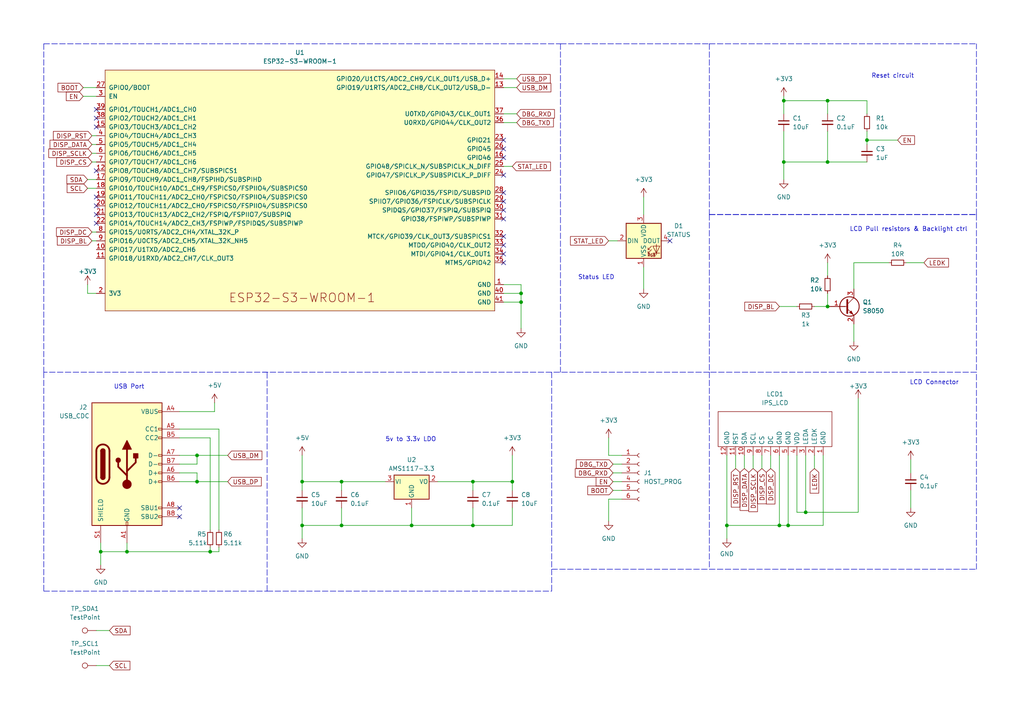
<source format=kicad_sch>
(kicad_sch (version 20211123) (generator eeschema)
  (paper "A4")
  (lib_symbols
    (symbol "Connector:Conn_01x06_Female" (pin_names (offset 1.016) hide)
      (property "Reference" "J" (at 0 7.62 0))
      (property "Value" "Conn_01x06_Female" (at 0 -10.16 0))
      (symbol "Conn_01x06_Female_1_1"
        (arc (start 0 -7.112) (mid -0.508 -7.62) (end 0 -8.128) (stroke (width 0.1524)))
        (arc (start 0 -4.572) (mid -0.508 -5.08) (end 0 -5.588) (stroke (width 0.1524)))
        (arc (start 0 -2.032) (mid -0.508 -2.54) (end 0 -3.048) (stroke (width 0.1524)))
        (polyline (pts (xy -1.27 -7.62) (xy -0.508 -7.62)) (stroke (width 0.1524)))
        (polyline (pts (xy -1.27 -5.08) (xy -0.508 -5.08)) (stroke (width 0.1524)))
        (polyline (pts (xy -1.27 -2.54) (xy -0.508 -2.54)) (stroke (width 0.1524)))
        (polyline (pts (xy -1.27 0) (xy -0.508 0)) (stroke (width 0.1524)))
        (polyline (pts (xy -1.27 2.54) (xy -0.508 2.54)) (stroke (width 0.1524)))
        (polyline (pts (xy -1.27 5.08) (xy -0.508 5.08)) (stroke (width 0.1524)))
        (arc (start 0 0.508) (mid -0.508 0) (end 0 -0.508) (stroke (width 0.1524)))
        (arc (start 0 3.048) (mid -0.508 2.54) (end 0 2.032) (stroke (width 0.1524)))
        (arc (start 0 5.588) (mid -0.508 5.08) (end 0 4.572) (stroke (width 0.1524)))
        (pin passive line (at -5.08 5.08 0) (length 3.81) (name "Pin_1") (number "1"))
        (pin passive line (at -5.08 2.54 0) (length 3.81) (name "Pin_2") (number "2"))
        (pin passive line (at -5.08 0 0) (length 3.81) (name "Pin_3") (number "3"))
        (pin passive line (at -5.08 -2.54 0) (length 3.81) (name "Pin_4") (number "4"))
        (pin passive line (at -5.08 -5.08 0) (length 3.81) (name "Pin_5") (number "5"))
        (pin passive line (at -5.08 -7.62 0) (length 3.81) (name "Pin_6") (number "6"))
      )
    )
    (symbol "Connector:TestPoint" (pin_numbers hide) (pin_names (offset 0.762) hide)
      (property "Reference" "TP" (at 0 6.858 0))
      (property "Value" "TestPoint" (at 0 5.08 0))
      (symbol "TestPoint_0_1"
        (circle (center 0 3.302) (radius 0.762))
      )
      (symbol "TestPoint_1_1"
        (pin passive line (at 0 0 90) (length 2.54) (name "1") (number "1"))
      )
    )
    (symbol "Connector:USB_C_Receptacle_USB2.0" (pin_names (offset 1.016))
      (property "Reference" "J" (at -10.16 19.05 0))
      (property "Value" "USB_C_Receptacle_USB2.0" (at 19.05 19.05 0))
      (symbol "USB_C_Receptacle_USB2.0_0_0"
        (rectangle (start -0.254 -17.78) (end 0.254 -16.764))
        (rectangle (start 10.16 -14.986) (end 9.144 -15.494))
        (rectangle (start 10.16 -12.446) (end 9.144 -12.954))
        (rectangle (start 10.16 -4.826) (end 9.144 -5.334))
        (rectangle (start 10.16 -2.286) (end 9.144 -2.794))
        (rectangle (start 10.16 0.254) (end 9.144 -0.254))
        (rectangle (start 10.16 2.794) (end 9.144 2.286))
        (rectangle (start 10.16 7.874) (end 9.144 7.366))
        (rectangle (start 10.16 10.414) (end 9.144 9.906))
        (rectangle (start 10.16 15.494) (end 9.144 14.986))
      )
      (symbol "USB_C_Receptacle_USB2.0_0_1"
        (rectangle (start -10.16 17.78) (end 10.16 -17.78) (stroke (width 0.254)) (fill (type background)))
        (arc (start -8.89 -3.81) (mid -6.985 -5.715) (end -5.08 -3.81) (stroke (width 0.508)))
        (arc (start -7.62 -3.81) (mid -6.985 -4.445) (end -6.35 -3.81) (stroke (width 0.254)))
        (arc (start -7.62 -3.81) (mid -6.985 -4.445) (end -6.35 -3.81) (stroke (width 0.254)) (fill (type outline)))
        (rectangle (start -7.62 -3.81) (end -6.35 3.81) (stroke (width 0.254)) (fill (type outline)))
        (arc (start -6.35 3.81) (mid -6.985 4.445) (end -7.62 3.81) (stroke (width 0.254)))
        (arc (start -6.35 3.81) (mid -6.985 4.445) (end -7.62 3.81) (stroke (width 0.254)) (fill (type outline)))
        (arc (start -5.08 3.81) (mid -6.985 5.715) (end -8.89 3.81) (stroke (width 0.508)))
        (circle (center -2.54 1.143) (radius 0.635) (stroke (width 0.254)) (fill (type outline)))
        (circle (center 0 -5.842) (radius 1.27) (fill (type outline)))
        (polyline (pts (xy -8.89 -3.81) (xy -8.89 3.81)) (stroke (width 0.508)))
        (polyline (pts (xy -5.08 3.81) (xy -5.08 -3.81)) (stroke (width 0.508)))
        (polyline (pts (xy 0 -5.842) (xy 0 4.318)) (stroke (width 0.508)))
        (polyline (pts (xy 0 -3.302) (xy -2.54 -0.762) (xy -2.54 0.508)) (stroke (width 0.508)))
        (polyline (pts (xy 0 -2.032) (xy 2.54 0.508) (xy 2.54 1.778)) (stroke (width 0.508)))
        (polyline (pts (xy -1.27 4.318) (xy 0 6.858) (xy 1.27 4.318) (xy -1.27 4.318)) (stroke (width 0.254)) (fill (type outline)))
        (rectangle (start 1.905 1.778) (end 3.175 3.048) (stroke (width 0.254)) (fill (type outline)))
      )
      (symbol "USB_C_Receptacle_USB2.0_1_1"
        (pin passive line (at 0 -22.86 90) (length 5.08) (name "GND") (number "A1"))
        (pin passive line (at 0 -22.86 90) (length 5.08) hide (name "GND") (number "A12"))
        (pin passive line (at 15.24 15.24 180) (length 5.08) (name "VBUS") (number "A4"))
        (pin bidirectional line (at 15.24 10.16 180) (length 5.08) (name "CC1") (number "A5"))
        (pin bidirectional line (at 15.24 -2.54 180) (length 5.08) (name "D+") (number "A6"))
        (pin bidirectional line (at 15.24 2.54 180) (length 5.08) (name "D-") (number "A7"))
        (pin bidirectional line (at 15.24 -12.7 180) (length 5.08) (name "SBU1") (number "A8"))
        (pin passive line (at 15.24 15.24 180) (length 5.08) hide (name "VBUS") (number "A9"))
        (pin passive line (at 0 -22.86 90) (length 5.08) hide (name "GND") (number "B1"))
        (pin passive line (at 0 -22.86 90) (length 5.08) hide (name "GND") (number "B12"))
        (pin passive line (at 15.24 15.24 180) (length 5.08) hide (name "VBUS") (number "B4"))
        (pin bidirectional line (at 15.24 7.62 180) (length 5.08) (name "CC2") (number "B5"))
        (pin bidirectional line (at 15.24 -5.08 180) (length 5.08) (name "D+") (number "B6"))
        (pin bidirectional line (at 15.24 0 180) (length 5.08) (name "D-") (number "B7"))
        (pin bidirectional line (at 15.24 -15.24 180) (length 5.08) (name "SBU2") (number "B8"))
        (pin passive line (at 15.24 15.24 180) (length 5.08) hide (name "VBUS") (number "B9"))
        (pin passive line (at -7.62 -22.86 90) (length 5.08) (name "SHIELD") (number "S1"))
      )
    )
    (symbol "Device:C_Small" (pin_numbers hide) (pin_names (offset 0.254) hide)
      (property "Reference" "C" (at 0.254 1.778 0))
      (property "Value" "C_Small" (at 0.254 -2.032 0))
      (symbol "C_Small_0_1"
        (polyline (pts (xy -1.524 -0.508) (xy 1.524 -0.508)) (stroke (width 0.3302)))
        (polyline (pts (xy -1.524 0.508) (xy 1.524 0.508)) (stroke (width 0.3048)))
      )
      (symbol "C_Small_1_1"
        (pin passive line (at 0 2.54 270) (length 2.032) (name "~") (number "1"))
        (pin passive line (at 0 -2.54 90) (length 2.032) (name "~") (number "2"))
      )
    )
    (symbol "Device:R_Small" (pin_numbers hide) (pin_names (offset 0.254) hide)
      (property "Reference" "R" (at 0.762 0.508 0))
      (property "Value" "R_Small" (at 0.762 -1.016 0))
      (symbol "R_Small_0_1"
        (rectangle (start -0.762 1.778) (end 0.762 -1.778) (stroke (width 0.2032)))
      )
      (symbol "R_Small_1_1"
        (pin passive line (at 0 2.54 270) (length 0.762) (name "~") (number "1"))
        (pin passive line (at 0 -2.54 90) (length 0.762) (name "~") (number "2"))
      )
    )
    (symbol "Espressif:ESP32-S3-WROOM-1" (pin_names (offset 1.016))
      (property "Reference" "U" (at 0 35.56 0))
      (property "Value" "ESP32-S3-WROOM-1" (at 0 -36.83 0))
      (symbol "ESP32-S3-WROOM-1_0_0"
        (rectangle (start -57.15 34.29) (end 55.88 -35.56) (fill (type background)))
        (text "ESP32-S3-WROOM-1" (at 0 -31.75 0) (effects (font (size 2.54 2.54))))
        (pin power_in line (at 58.42 -27.94 180) (length 2.54) (name "GND") (number "1"))
        (pin bidirectional line (at -59.69 -17.78 0) (length 2.54) (name "GPIO17/U1TXD/ADC2_CH6") (number "10"))
        (pin bidirectional line (at -59.69 -20.32 0) (length 2.54) (name "GPIO18/U1RXD/ADC2_CH7/CLK_OUT3") (number "11"))
        (pin bidirectional line (at -59.69 5.08 0) (length 2.54) (name "GPIO8/TOUCH8/ADC1_CH7/SUBSPICS1") (number "12"))
        (pin bidirectional line (at 58.42 29.21 180) (length 2.54) (name "GPIO19/U1RTS/ADC2_CH8/CLK_OUT2/USB_D-") (number "13"))
        (pin bidirectional line (at 58.42 31.75 180) (length 2.54) (name "GPIO20/U1CTS/ADC2_CH9/CLK_OUT1/USB_D+") (number "14"))
        (pin bidirectional line (at -59.69 17.78 0) (length 2.54) (name "GPIO3/TOUCH3/ADC1_CH2") (number "15"))
        (pin bidirectional line (at 58.42 8.89 180) (length 2.54) (name "GPIO46") (number "16"))
        (pin bidirectional line (at -59.69 2.54 0) (length 2.54) (name "GPIO9/TOUCH9/ADC1_CH8/FSPIHD/SUBSPIHD") (number "17"))
        (pin bidirectional line (at -59.69 0 0) (length 2.54) (name "GPIO10/TOUCH10/ADC1_CH9/FSPICS0/FSPIIO4/SUBSPICS0") (number "18"))
        (pin bidirectional line (at -59.69 -2.54 0) (length 2.54) (name "GPIO11/TOUCH11/ADC2_CH0/FSPICS0/FSPIIO4/SUBSPICS0") (number "19"))
        (pin power_in line (at -59.69 -30.48 0) (length 2.54) (name "3V3") (number "2"))
        (pin bidirectional line (at -59.69 -5.08 0) (length 2.54) (name "GPIO12/TOUCH11/ADC2_CH0/FSPICS0/FSPIIO4/SUBSPICS0") (number "20"))
        (pin bidirectional line (at -59.69 -7.62 0) (length 2.54) (name "GPIO13/TOUCH13/ADC2_CH2/FSPIQ/FSPIIO7/SUBSPIQ") (number "21"))
        (pin bidirectional line (at -59.69 -10.16 0) (length 2.54) (name "GPIO14/TOUCH14/ADC2_CH3/FSPIWP/FSPIDQS/SUBSPIWP") (number "22"))
        (pin bidirectional line (at 58.42 13.97 180) (length 2.54) (name "GPIO21") (number "23"))
        (pin bidirectional line (at 58.42 3.81 180) (length 2.54) (name "GPIO47/SPICLK_P/SUBSPICLK_P_DIFF") (number "24"))
        (pin bidirectional line (at 58.42 6.35 180) (length 2.54) (name "GPIO48/SPICLK_N/SUBSPICLK_N_DIFF") (number "25"))
        (pin bidirectional line (at 58.42 11.43 180) (length 2.54) (name "GPIO45") (number "26"))
        (pin bidirectional line (at -59.69 29.21 0) (length 2.54) (name "GPIO0/BOOT") (number "27"))
        (pin bidirectional line (at 58.42 -1.27 180) (length 2.54) (name "SPIIO6/GPIO35/FSPID/SUBSPID") (number "28"))
        (pin bidirectional line (at 58.42 -3.81 180) (length 2.54) (name "SPIIO7/GPIO36/FSPICLK/SUBSPICLK") (number "29"))
        (pin input line (at -59.69 26.67 0) (length 2.54) (name "EN") (number "3"))
        (pin bidirectional line (at 58.42 -6.35 180) (length 2.54) (name "SPIDQS/GPIO37/FSPIQ/SUBSPIQ") (number "30"))
        (pin bidirectional line (at 58.42 -8.89 180) (length 2.54) (name "GPIO38/FSPIWP/SUBSPIWP") (number "31"))
        (pin bidirectional line (at 58.42 -13.97 180) (length 2.54) (name "MTCK/GPIO39/CLK_OUT3/SUBSPICS1") (number "32"))
        (pin bidirectional line (at 58.42 -16.51 180) (length 2.54) (name "MTDO/GPIO40/CLK_OUT2") (number "33"))
        (pin bidirectional line (at 58.42 -19.05 180) (length 2.54) (name "MTDI/GPIO41/CLK_OUT1") (number "34"))
        (pin bidirectional line (at 58.42 -21.59 180) (length 2.54) (name "MTMS/GPIO42") (number "35"))
        (pin bidirectional line (at 58.42 19.05 180) (length 2.54) (name "U0RXD/GPIO44/CLK_OUT2") (number "36"))
        (pin bidirectional line (at 58.42 21.59 180) (length 2.54) (name "U0TXD/GPIO43/CLK_OUT1") (number "37"))
        (pin bidirectional line (at -59.69 20.32 0) (length 2.54) (name "GPIO2/TOUCH2/ADC1_CH1") (number "38"))
        (pin bidirectional line (at -59.69 22.86 0) (length 2.54) (name "GPIO1/TOUCH1/ADC1_CH0") (number "39"))
        (pin bidirectional line (at -59.69 15.24 0) (length 2.54) (name "GPIO4/TOUCH4/ADC1_CH3") (number "4"))
        (pin power_in line (at 58.42 -30.48 180) (length 2.54) (name "GND") (number "40"))
        (pin power_in line (at 58.42 -33.02 180) (length 2.54) (name "GND") (number "41"))
        (pin bidirectional line (at -59.69 12.7 0) (length 2.54) (name "GPIO5/TOUCH5/ADC1_CH4") (number "5"))
        (pin bidirectional line (at -59.69 10.16 0) (length 2.54) (name "GPIO6/TOUCH6/ADC1_CH5") (number "6"))
        (pin bidirectional line (at -59.69 7.62 0) (length 2.54) (name "GPIO7/TOUCH7/ADC1_CH6") (number "7"))
        (pin bidirectional line (at -59.69 -12.7 0) (length 2.54) (name "GPIO15/U0RTS/ADC2_CH4/XTAL_32K_P") (number "8"))
        (pin bidirectional line (at -59.69 -15.24 0) (length 2.54) (name "GPIO16/U0CTS/ADC2_CH5/XTAL_32K_NH5") (number "9"))
      )
    )
    (symbol "JackcoLib:ST7789V_1.5_IPS_PG04"
      (property "Reference" "LCD" (at 0 24.13 0))
      (property "Value" "ST7789V_1.5_IPS_PG04" (at 0 21.59 0))
      (symbol "ST7789V_1.5_IPS_PG04_0_1"
        (rectangle (start -5.08 16.51) (end 5.08 -16.51))
      )
      (symbol "ST7789V_1.5_IPS_PG04_1_1"
        (pin input line (at 7.62 13.97 180) (length 2.54) (name "GND") (number "1"))
        (pin input line (at 7.62 -8.89 180) (length 2.54) (name "SDA") (number "10"))
        (pin input line (at 7.62 -11.43 180) (length 2.54) (name "RST") (number "11"))
        (pin input line (at 7.62 -13.97 180) (length 2.54) (name "GND") (number "12"))
        (pin input line (at 7.62 11.43 180) (length 2.54) (name "LEDK") (number "2"))
        (pin input line (at 7.62 8.89 180) (length 2.54) (name "LEDA") (number "3"))
        (pin input line (at 7.62 6.35 180) (length 2.54) (name "VDD") (number "4"))
        (pin input line (at 7.62 3.81 180) (length 2.54) (name "GND") (number "5"))
        (pin input line (at 7.62 1.27 180) (length 2.54) (name "GND") (number "6"))
        (pin input line (at 7.62 -1.27 180) (length 2.54) (name "DC") (number "7"))
        (pin input line (at 7.62 -3.81 180) (length 2.54) (name "CS") (number "8"))
        (pin input line (at 7.62 -6.35 180) (length 2.54) (name "SCL") (number "9"))
      )
    )
    (symbol "LED:SK6812" (pin_names (offset 0.254))
      (property "Reference" "D" (at 5.08 5.715 0))
      (property "Value" "SK6812" (at 1.27 -5.715 0))
      (symbol "SK6812_0_0"
        (text "RGB" (at 2.286 -4.191 0) (effects (font (size 0.762 0.762))))
      )
      (symbol "SK6812_0_1"
        (polyline (pts (xy 1.27 -3.556) (xy 1.778 -3.556)))
        (polyline (pts (xy 1.27 -2.54) (xy 1.778 -2.54)))
        (polyline (pts (xy 4.699 -3.556) (xy 2.667 -3.556)))
        (polyline (pts (xy 2.286 -2.54) (xy 1.27 -3.556) (xy 1.27 -3.048)))
        (polyline (pts (xy 2.286 -1.524) (xy 1.27 -2.54) (xy 1.27 -2.032)))
        (polyline (pts (xy 3.683 -1.016) (xy 3.683 -3.556) (xy 3.683 -4.064)))
        (polyline (pts (xy 4.699 -1.524) (xy 2.667 -1.524) (xy 3.683 -3.556) (xy 4.699 -1.524)))
        (rectangle (start 5.08 5.08) (end -5.08 -5.08) (stroke (width 0.254)) (fill (type background)))
      )
      (symbol "SK6812_1_1"
        (pin power_in line (at 0 -7.62 90) (length 2.54) (name "VSS") (number "1"))
        (pin input line (at -7.62 0 0) (length 2.54) (name "DIN") (number "2"))
        (pin power_in line (at 0 7.62 270) (length 2.54) (name "VDD") (number "3"))
        (pin output line (at 7.62 0 180) (length 2.54) (name "DOUT") (number "4"))
      )
    )
    (symbol "Regulator_Linear:AMS1117-3.3" (pin_names (offset 0.254))
      (property "Reference" "U" (at -3.81 3.175 0))
      (property "Value" "AMS1117-3.3" (at 0 3.175 0))
      (symbol "AMS1117-3.3_0_1"
        (rectangle (start -5.08 -5.08) (end 5.08 1.905) (stroke (width 0.254)) (fill (type background)))
      )
      (symbol "AMS1117-3.3_1_1"
        (pin power_in line (at 0 -7.62 90) (length 2.54) (name "GND") (number "1"))
        (pin power_out line (at 7.62 0 180) (length 2.54) (name "VO") (number "2"))
        (pin power_in line (at -7.62 0 0) (length 2.54) (name "VI") (number "3"))
      )
    )
    (symbol "Transistor_BJT:S8050" (pin_names (offset 0) hide)
      (property "Reference" "Q1" (at 5.08 1.2701 0))
      (property "Value" "S8050" (at 5.08 -1.2699 0))
      (symbol "S8050_0_1"
        (polyline (pts (xy 0 0) (xy 0.635 0)))
        (polyline (pts (xy 0.635 0.635) (xy 2.54 2.54)))
        (polyline (pts (xy 0.635 -0.635) (xy 2.54 -2.54) (xy 2.54 -2.54)))
        (polyline (pts (xy 0.635 1.905) (xy 0.635 -1.905) (xy 0.635 -1.905)) (stroke (width 0.508)))
        (polyline (pts (xy 1.27 -1.778) (xy 1.778 -1.27) (xy 2.286 -2.286) (xy 1.27 -1.778) (xy 1.27 -1.778)) (fill (type outline)))
        (circle (center 1.27 0) (radius 2.8194) (stroke (width 0.254)))
      )
      (symbol "S8050_1_1"
        (pin input line (at -5.08 0 0) (length 5.08) (name "B") (number "1"))
        (pin passive line (at 2.54 -5.08 90) (length 2.54) (name "E") (number "2"))
        (pin passive line (at 2.54 5.08 270) (length 2.54) (name "C") (number "3"))
      )
    )
    (symbol "power:+3V3" (power) (pin_names (offset 0))
      (property "Value" "+3V3" (at 0 3.556 0))
      (symbol "+3V3_0_1"
        (polyline (pts (xy -0.762 1.27) (xy 0 2.54)))
        (polyline (pts (xy 0 0) (xy 0 2.54)))
        (polyline (pts (xy 0 2.54) (xy 0.762 1.27)))
      )
      (symbol "+3V3_1_1"
        (pin power_in line (at 0 0 90) (length 0) hide (name "+3V3") (number "1"))
      )
    )
    (symbol "power:+5V" (power) (pin_names (offset 0))
      (property "Value" "+5V" (at 0 3.556 0))
      (symbol "+5V_0_1"
        (polyline (pts (xy -0.762 1.27) (xy 0 2.54)))
        (polyline (pts (xy 0 0) (xy 0 2.54)))
        (polyline (pts (xy 0 2.54) (xy 0.762 1.27)))
      )
      (symbol "+5V_1_1"
        (pin power_in line (at 0 0 90) (length 0) hide (name "+5V") (number "1"))
      )
    )
    (symbol "power:GND" (power) (pin_names (offset 0))
      (property "Value" "GND" (at 0 -3.81 0))
      (symbol "GND_0_1"
        (polyline (pts (xy 0 0) (xy 0 -1.27) (xy 1.27 -1.27) (xy 0 -2.54) (xy -1.27 -1.27) (xy 0 -1.27)))
      )
      (symbol "GND_1_1"
        (pin power_in line (at 0 0 270) (length 0) hide (name "GND") (number "1"))
      )
    )
  )
  (junction (at 137.16 139.7))
  (junction (at 87.63 152.4))
  (junction (at 57.15 132.08))
  (junction (at 29.21 160.02))
  (junction (at 99.06 152.4))
  (junction (at 137.16 152.4))
  (junction (at 227.33 46.99))
  (junction (at 119.38 152.4))
  (junction (at 99.06 139.7))
  (junction (at 36.83 160.02))
  (junction (at 226.06 152.4))
  (junction (at 240.03 29.21))
  (junction (at 227.33 29.21))
  (junction (at 148.59 139.7))
  (junction (at 233.68 148.59))
  (junction (at 240.03 88.9))
  (junction (at 87.63 139.7))
  (junction (at 251.46 40.64))
  (junction (at 151.13 87.63))
  (junction (at 210.82 152.4))
  (junction (at 60.96 160.02))
  (junction (at 240.03 46.99))
  (junction (at 57.15 139.7))
  (junction (at 228.6 152.4))
  (junction (at 151.13 85.09))
  (no_connect (at 27.94 31.75))
  (no_connect (at 27.94 57.15))
  (no_connect (at 27.94 59.69))
  (no_connect (at 27.94 34.29))
  (no_connect (at 27.94 64.77))
  (no_connect (at 27.94 62.23))
  (no_connect (at 146.05 50.8))
  (no_connect (at 146.05 55.88))
  (no_connect (at 146.05 43.18))
  (no_connect (at 146.05 68.58))
  (no_connect (at 146.05 71.12))
  (no_connect (at 146.05 73.66))
  (no_connect (at 146.05 76.2))
  (no_connect (at 146.05 45.72))
  (no_connect (at 146.05 58.42))
  (no_connect (at 146.05 60.96))
  (no_connect (at 146.05 63.5))
  (no_connect (at 146.05 40.64))
  (no_connect (at 27.94 49.53))
  (no_connect (at 52.07 149.86))
  (no_connect (at 194.31 69.85))
  (no_connect (at 52.07 147.32))
  (no_connect (at 27.94 36.83))
  (wire (pts (xy 29.21 160.02) (xy 29.21 163.83)))
  (wire (pts (xy 240.03 46.99) (xy 227.33 46.99)))
  (wire (pts (xy 60.96 160.02) (xy 36.83 160.02)))
  (polyline (pts (xy 12.7 12.7) (xy 12.7 107.95)))
  (wire (pts (xy 148.59 132.08) (xy 148.59 139.7)))
  (wire (pts (xy 63.5 160.02) (xy 60.96 160.02)))
  (wire (pts (xy 228.6 152.4) (xy 238.76 152.4)))
  (wire (pts (xy 231.14 132.08) (xy 231.14 148.59)))
  (wire (pts (xy 251.46 33.02) (xy 251.46 29.21)))
  (wire (pts (xy 52.07 139.7) (xy 57.15 139.7)))
  (polyline (pts (xy 12.7 107.95) (xy 12.7 107.95)))
  (wire (pts (xy 87.63 139.7) (xy 99.06 139.7)))
  (wire (pts (xy 52.07 124.46) (xy 63.5 124.46)))
  (wire (pts (xy 236.22 132.08) (xy 236.22 135.89)))
  (polyline (pts (xy 283.21 165.1) (xy 283.21 107.95)))
  (wire (pts (xy 223.52 132.08) (xy 223.52 135.89)))
  (wire (pts (xy 25.4 54.61) (xy 27.94 54.61)))
  (wire (pts (xy 177.8 134.62) (xy 180.34 134.62)))
  (wire (pts (xy 227.33 27.94) (xy 227.33 29.21)))
  (polyline (pts (xy 77.47 171.45) (xy 160.02 171.45)))
  (wire (pts (xy 57.15 137.16) (xy 57.15 139.7)))
  (wire (pts (xy 231.14 148.59) (xy 233.68 148.59)))
  (wire (pts (xy 57.15 132.08) (xy 66.04 132.08)))
  (wire (pts (xy 26.67 46.99) (xy 27.94 46.99)))
  (wire (pts (xy 151.13 85.09) (xy 151.13 87.63)))
  (wire (pts (xy 151.13 87.63) (xy 151.13 95.25)))
  (wire (pts (xy 238.76 132.08) (xy 238.76 152.4)))
  (wire (pts (xy 226.06 152.4) (xy 210.82 152.4)))
  (polyline (pts (xy 77.47 171.45) (xy 77.47 107.95)))
  (wire (pts (xy 36.83 160.02) (xy 29.21 160.02)))
  (wire (pts (xy 240.03 85.09) (xy 240.03 88.9)))
  (wire (pts (xy 228.6 132.08) (xy 228.6 152.4)))
  (wire (pts (xy 99.06 152.4) (xy 119.38 152.4)))
  (wire (pts (xy 240.03 38.1) (xy 240.03 46.99)))
  (wire (pts (xy 52.07 119.38) (xy 62.23 119.38)))
  (wire (pts (xy 52.07 137.16) (xy 57.15 137.16)))
  (wire (pts (xy 240.03 33.02) (xy 240.03 29.21)))
  (polyline (pts (xy 160.02 107.95) (xy 160.02 171.45)))
  (wire (pts (xy 264.16 142.24) (xy 264.16 147.32)))
  (wire (pts (xy 257.81 76.2) (xy 247.65 76.2)))
  (wire (pts (xy 227.33 38.1) (xy 227.33 46.99)))
  (wire (pts (xy 213.36 132.08) (xy 213.36 135.89)))
  (wire (pts (xy 146.05 35.56) (xy 149.86 35.56)))
  (wire (pts (xy 177.8 139.7) (xy 180.34 139.7)))
  (polyline (pts (xy 205.74 62.23) (xy 283.21 62.23)))
  (wire (pts (xy 226.06 132.08) (xy 226.06 152.4)))
  (wire (pts (xy 52.07 132.08) (xy 57.15 132.08)))
  (wire (pts (xy 57.15 139.7) (xy 66.04 139.7)))
  (wire (pts (xy 247.65 93.98) (xy 247.65 99.06)))
  (wire (pts (xy 247.65 76.2) (xy 247.65 83.82)))
  (wire (pts (xy 26.67 69.85) (xy 27.94 69.85)))
  (wire (pts (xy 251.46 38.1) (xy 251.46 40.64)))
  (polyline (pts (xy 205.74 62.23) (xy 283.21 62.23)))
  (wire (pts (xy 137.16 152.4) (xy 148.59 152.4)))
  (wire (pts (xy 220.98 132.08) (xy 220.98 135.89)))
  (wire (pts (xy 148.59 152.4) (xy 148.59 147.32)))
  (wire (pts (xy 251.46 40.64) (xy 251.46 41.91)))
  (wire (pts (xy 248.92 148.59) (xy 248.92 115.57)))
  (wire (pts (xy 146.05 22.86) (xy 149.86 22.86)))
  (wire (pts (xy 177.8 142.24) (xy 180.34 142.24)))
  (wire (pts (xy 99.06 139.7) (xy 99.06 142.24)))
  (wire (pts (xy 186.69 77.47) (xy 186.69 83.82)))
  (wire (pts (xy 176.53 69.85) (xy 179.07 69.85)))
  (wire (pts (xy 176.53 151.13) (xy 176.53 144.78)))
  (wire (pts (xy 60.96 127) (xy 60.96 153.67)))
  (wire (pts (xy 36.83 157.48) (xy 36.83 160.02)))
  (wire (pts (xy 240.03 29.21) (xy 251.46 29.21)))
  (wire (pts (xy 24.13 25.4) (xy 27.94 25.4)))
  (polyline (pts (xy 12.7 12.7) (xy 162.56 12.7)))
  (wire (pts (xy 52.07 127) (xy 60.96 127)))
  (wire (pts (xy 26.67 44.45) (xy 27.94 44.45)))
  (wire (pts (xy 146.05 48.26) (xy 148.59 48.26)))
  (wire (pts (xy 146.05 85.09) (xy 151.13 85.09)))
  (wire (pts (xy 227.33 29.21) (xy 240.03 29.21)))
  (wire (pts (xy 176.53 132.08) (xy 180.34 132.08)))
  (polyline (pts (xy 160.02 165.1) (xy 205.74 165.1)))
  (wire (pts (xy 176.53 144.78) (xy 180.34 144.78)))
  (polyline (pts (xy 205.74 12.7) (xy 283.21 12.7)))
  (wire (pts (xy 24.13 27.94) (xy 27.94 27.94)))
  (wire (pts (xy 176.53 127) (xy 176.53 132.08)))
  (wire (pts (xy 240.03 46.99) (xy 251.46 46.99)))
  (wire (pts (xy 236.22 88.9) (xy 240.03 88.9)))
  (wire (pts (xy 177.8 137.16) (xy 180.34 137.16)))
  (wire (pts (xy 29.21 157.48) (xy 29.21 160.02)))
  (wire (pts (xy 137.16 139.7) (xy 148.59 139.7)))
  (wire (pts (xy 26.67 67.31) (xy 27.94 67.31)))
  (wire (pts (xy 151.13 82.55) (xy 151.13 85.09)))
  (wire (pts (xy 25.4 85.09) (xy 27.94 85.09)))
  (polyline (pts (xy 205.74 165.1) (xy 283.21 165.1)))
  (wire (pts (xy 146.05 25.4) (xy 149.86 25.4)))
  (wire (pts (xy 99.06 139.7) (xy 111.76 139.7)))
  (wire (pts (xy 210.82 152.4) (xy 210.82 156.21)))
  (polyline (pts (xy 12.7 107.95) (xy 12.7 171.45)))
  (wire (pts (xy 26.67 39.37) (xy 27.94 39.37)))
  (polyline (pts (xy 283.21 62.23) (xy 283.21 12.7)))
  (wire (pts (xy 52.07 134.62) (xy 57.15 134.62)))
  (wire (pts (xy 227.33 29.21) (xy 227.33 33.02)))
  (polyline (pts (xy 205.74 62.23) (xy 205.74 107.95)))
  (wire (pts (xy 63.5 124.46) (xy 63.5 153.67)))
  (wire (pts (xy 146.05 33.02) (xy 149.86 33.02)))
  (wire (pts (xy 87.63 147.32) (xy 87.63 152.4)))
  (wire (pts (xy 25.4 82.55) (xy 25.4 85.09)))
  (wire (pts (xy 251.46 40.64) (xy 260.35 40.64)))
  (wire (pts (xy 119.38 152.4) (xy 137.16 152.4)))
  (wire (pts (xy 27.94 182.88) (xy 31.75 182.88)))
  (polyline (pts (xy 162.56 12.7) (xy 162.56 107.95)))
  (wire (pts (xy 25.4 52.07) (xy 27.94 52.07)))
  (wire (pts (xy 264.16 133.35) (xy 264.16 137.16)))
  (wire (pts (xy 227.33 46.99) (xy 227.33 52.07)))
  (wire (pts (xy 137.16 147.32) (xy 137.16 152.4)))
  (wire (pts (xy 87.63 152.4) (xy 87.63 156.21)))
  (wire (pts (xy 233.68 148.59) (xy 248.92 148.59)))
  (wire (pts (xy 27.94 193.04) (xy 31.75 193.04)))
  (wire (pts (xy 127 139.7) (xy 137.16 139.7)))
  (polyline (pts (xy 205.74 107.95) (xy 205.74 165.1)))
  (wire (pts (xy 87.63 152.4) (xy 99.06 152.4)))
  (wire (pts (xy 240.03 76.2) (xy 240.03 80.01)))
  (wire (pts (xy 119.38 147.32) (xy 119.38 152.4)))
  (wire (pts (xy 210.82 132.08) (xy 210.82 152.4)))
  (polyline (pts (xy 12.7 171.45) (xy 77.47 171.45)))
  (wire (pts (xy 87.63 132.08) (xy 87.63 139.7)))
  (wire (pts (xy 146.05 82.55) (xy 151.13 82.55)))
  (wire (pts (xy 146.05 87.63) (xy 151.13 87.63)))
  (wire (pts (xy 26.67 41.91) (xy 27.94 41.91)))
  (wire (pts (xy 148.59 139.7) (xy 148.59 142.24)))
  (wire (pts (xy 60.96 158.75) (xy 60.96 160.02)))
  (polyline (pts (xy 283.21 62.23) (xy 283.21 107.95)))
  (polyline (pts (xy 76.2 107.95) (xy 77.47 107.95)))
  (wire (pts (xy 62.23 119.38) (xy 62.23 116.84)))
  (wire (pts (xy 226.06 152.4) (xy 228.6 152.4)))
  (wire (pts (xy 63.5 158.75) (xy 63.5 160.02)))
  (wire (pts (xy 218.44 132.08) (xy 218.44 135.89)))
  (polyline (pts (xy 162.56 12.7) (xy 205.74 12.7)))
  (wire (pts (xy 87.63 139.7) (xy 87.63 142.24)))
  (wire (pts (xy 137.16 139.7) (xy 137.16 142.24)))
  (wire (pts (xy 226.06 88.9) (xy 231.14 88.9)))
  (wire (pts (xy 57.15 134.62) (xy 57.15 132.08)))
  (wire (pts (xy 215.9 132.08) (xy 215.9 135.89)))
  (polyline (pts (xy 283.21 107.95) (xy 205.74 107.95)))
  (wire (pts (xy 99.06 152.4) (xy 99.06 147.32)))
  (polyline (pts (xy 205.74 12.7) (xy 205.74 62.23)))
  (wire (pts (xy 233.68 132.08) (xy 233.68 148.59)))
  (wire (pts (xy 186.69 57.15) (xy 186.69 62.23)))
  (wire (pts (xy 262.89 76.2) (xy 267.97 76.2)))
  (polyline (pts (xy 205.74 107.95) (xy 12.7 107.95)))
  (text "5v to 3.3v LDO" (at 111.76 128.27 0) (effects (font (size 1.27 1.27)) (justify left bottom)))
  (text "LCD Pull resistors & Backlight ctrl\n" (at 280.67 67.31 180) (effects (font (size 1.27 1.27)) (justify right bottom)))
  (text "USB Port\n" (at 41.91 113.03 180) (effects (font (size 1.27 1.27)) (justify right bottom)))
  (text "Reset circuit" (at 252.73 22.86 0) (effects (font (size 1.27 1.27)) (justify left bottom)))
  (text "Status LED\n" (at 167.64 81.28 0) (effects (font (size 1.27 1.27)) (justify left bottom)))
  (text "LCD Connector" (at 278.13 111.76 180) (effects (font (size 1.27 1.27)) (justify right bottom)))
  (global_label "DBG_TXD" (shape input) (at 149.86 35.56 0) (property "Intersheet References" "${INTERSHEET_REFS}" (effects hide)))
  (global_label "SCL" (shape input) (at 31.75 193.04 0) (property "Intersheet References" "${INTERSHEET_REFS}" (effects hide)))
  (global_label "BOOT" (shape input) (at 24.13 25.4 180) (property "Intersheet References" "${INTERSHEET_REFS}" (effects hide)))
  (global_label "DISP_SCLK" (shape input) (at 218.44 135.89 270) (property "Intersheet References" "${INTERSHEET_REFS}" (effects hide)))
  (global_label "SDA" (shape input) (at 31.75 182.88 0) (property "Intersheet References" "${INTERSHEET_REFS}" (effects hide)))
  (global_label "USB_DP" (shape input) (at 149.86 22.86 0) (property "Intersheet References" "${INTERSHEET_REFS}" (effects hide)))
  (global_label "USB_DM" (shape input) (at 66.04 132.08 0) (property "Intersheet References" "${INTERSHEET_REFS}" (effects hide)))
  (global_label "DISP_CS" (shape input) (at 26.67 46.99 180) (property "Intersheet References" "${INTERSHEET_REFS}" (effects hide)))
  (global_label "DISP_RST" (shape input) (at 213.36 135.89 270) (property "Intersheet References" "${INTERSHEET_REFS}" (effects hide)))
  (global_label "EN" (shape input) (at 260.35 40.64 0) (property "Intersheet References" "${INTERSHEET_REFS}" (effects hide)))
  (global_label "SCL" (shape input) (at 25.4 54.61 180) (property "Intersheet References" "${INTERSHEET_REFS}" (effects hide)))
  (global_label "USB_DP" (shape input) (at 66.04 139.7 0) (property "Intersheet References" "${INTERSHEET_REFS}" (effects hide)))
  (global_label "DISP_DATA" (shape input) (at 26.67 41.91 180) (property "Intersheet References" "${INTERSHEET_REFS}" (effects hide)))
  (global_label "USB_DM" (shape input) (at 149.86 25.4 0) (property "Intersheet References" "${INTERSHEET_REFS}" (effects hide)))
  (global_label "STAT_LED" (shape input) (at 176.53 69.85 180) (property "Intersheet References" "${INTERSHEET_REFS}" (effects hide)))
  (global_label "SDA" (shape input) (at 25.4 52.07 180) (property "Intersheet References" "${INTERSHEET_REFS}" (effects hide)))
  (global_label "DISP_RST" (shape input) (at 26.67 39.37 180) (property "Intersheet References" "${INTERSHEET_REFS}" (effects hide)))
  (global_label "STAT_LED" (shape input) (at 148.59 48.26 0) (property "Intersheet References" "${INTERSHEET_REFS}" (effects hide)))
  (global_label "BOOT" (shape input) (at 177.8 142.24 180) (property "Intersheet References" "${INTERSHEET_REFS}" (effects hide)))
  (global_label "DISP_BL" (shape input) (at 226.06 88.9 180) (property "Intersheet References" "${INTERSHEET_REFS}" (effects hide)))
  (global_label "DBG_RXD" (shape input) (at 149.86 33.02 0) (property "Intersheet References" "${INTERSHEET_REFS}" (effects hide)))
  (global_label "DISP_DC" (shape input) (at 26.67 67.31 180) (property "Intersheet References" "${INTERSHEET_REFS}" (effects hide)))
  (global_label "DBG_TXD" (shape input) (at 177.8 134.62 180) (property "Intersheet References" "${INTERSHEET_REFS}" (effects hide)))
  (global_label "DISP_CS" (shape input) (at 220.98 135.89 270) (property "Intersheet References" "${INTERSHEET_REFS}" (effects hide)))
  (global_label "DBG_RXD" (shape input) (at 177.8 137.16 180) (property "Intersheet References" "${INTERSHEET_REFS}" (effects hide)))
  (global_label "EN" (shape input) (at 24.13 27.94 180) (property "Intersheet References" "${INTERSHEET_REFS}" (effects hide)))
  (global_label "DISP_DATA" (shape input) (at 215.9 135.89 270) (property "Intersheet References" "${INTERSHEET_REFS}" (effects hide)))
  (global_label "LEDK" (shape input) (at 236.22 135.89 270) (property "Intersheet References" "${INTERSHEET_REFS}" (effects hide)))
  (global_label "DISP_DC" (shape input) (at 223.52 135.89 270) (property "Intersheet References" "${INTERSHEET_REFS}" (effects hide)))
  (global_label "LEDK" (shape input) (at 267.97 76.2 0) (property "Intersheet References" "${INTERSHEET_REFS}" (effects hide)))
  (global_label "DISP_BL" (shape input) (at 26.67 69.85 180) (property "Intersheet References" "${INTERSHEET_REFS}" (effects hide)))
  (global_label "DISP_SCLK" (shape input) (at 26.67 44.45 180) (property "Intersheet References" "${INTERSHEET_REFS}" (effects hide)))
  (global_label "EN" (shape input) (at 177.8 139.7 180) (property "Intersheet References" "${INTERSHEET_REFS}" (effects hide)))
  (symbol (lib_id "Device:C_Small") (at 264.16 139.7 0) (unit 1)
    (property "Reference" "C4" (at 266.7 138.4362 0) (effects (justify left)))
    (property "Value" "0.1uF" (at 266.7 140.9762 0) (effects (justify left)))
    (property "Footprint" "Capacitor_SMD:C_0805_2012Metric_Pad1.18x1.45mm_HandSolder" (effects hide))
  )
  (symbol (lib_id "power:GND") (at 29.21 163.83 0) (unit 1)
    (property "Reference" "#PWR0113" (effects hide))
    (property "Value" "GND" (at 29.21 168.91 0))
  )
  (symbol (lib_id "Device:R_Small") (at 251.46 35.56 0) (unit 1)
    (property "Reference" "R1" (at 254 34.29 0) (effects (justify left)))
    (property "Value" "10k" (at 254 36.8299 0) (effects (justify left)))
    (property "Footprint" "Resistor_SMD:R_0805_2012Metric_Pad1.20x1.40mm_HandSolder" (effects hide))
  )
  (symbol (lib_id "Connector:Conn_01x06_Female") (at 185.42 137.16 0) (unit 1)
    (property "Reference" "J1" (at 186.69 137.1599 0) (effects (justify left)))
    (property "Value" "HOST_PROG" (at 186.69 139.6999 0) (effects (justify left)))
    (property "Footprint" "Connector_PinSocket_1.27mm:PinSocket_1x06_P1.27mm_Vertical" (effects hide))
  )
  (symbol (lib_id "power:+3V3") (at 264.16 133.35 0) (unit 1)
    (property "Reference" "#PWR0104" (effects hide))
    (property "Value" "+3V3" (at 264.16 128.27 0))
  )
  (symbol (lib_id "Espressif:ESP32-S3-WROOM-1") (at 87.63 54.61 0) (unit 1)
    (property "Reference" "U1" (at 86.995 15.24 0))
    (property "Value" "ESP32-S3-WROOM-1" (at 86.995 17.78 0))
    (property "Footprint" "Espressif:ESP32-S3-WROOM-1" (effects hide))
  )
  (symbol (lib_id "JackcoLib:ST7789V_1.5_IPS_PG04") (at 224.79 124.46 270) (unit 1)
    (property "Reference" "LCD1" (at 224.79 114.3 90))
    (property "Value" "IPS_LCD" (at 224.79 116.84 90))
    (property "Footprint" "JackcoLib:ST7789V_1.5_IPS_PG04" (effects hide))
  )
  (symbol (lib_id "Connector:USB_C_Receptacle_USB2.0") (at 36.83 134.62 0) (unit 1)
    (property "Reference" "J2" (at 24.13 118.11 0))
    (property "Value" "USB_CDC" (at 21.59 120.65 0))
    (property "Footprint" "Connector_USB:USB_C_Receptacle_HRO_TYPE-C-31-M-12" (effects hide))
    (property "Datasheet" "https://www.usb.org/sites/default/files/documents/usb_type-c.zip" (effects hide))
  )
  (symbol (lib_id "power:+3V3") (at 186.69 57.15 0) (unit 1)
    (property "Reference" "#PWR0111" (effects hide))
    (property "Value" "+3V3" (at 186.69 52.07 0))
  )
  (symbol (lib_id "power:GND") (at 151.13 95.25 0) (unit 1)
    (property "Reference" "#PWR0102" (effects hide))
    (property "Value" "GND" (at 151.13 100.33 0))
  )
  (symbol (lib_id "power:GND") (at 210.82 156.21 0) (unit 1)
    (property "Reference" "#PWR0105" (effects hide))
    (property "Value" "GND" (at 210.82 160.6534 0))
  )
  (symbol (lib_id "power:+3V3") (at 148.59 132.08 0) (unit 1)
    (property "Reference" "#PWR0118" (effects hide))
    (property "Value" "+3V3" (at 148.59 127 0))
  )
  (symbol (lib_id "power:+3V3") (at 176.53 127 0) (unit 1)
    (property "Reference" "#PWR0117" (effects hide))
    (property "Value" "+3V3" (at 176.53 121.92 0))
  )
  (symbol (lib_id "power:+3V3") (at 240.03 76.2 0) (unit 1)
    (property "Reference" "#PWR0107" (effects hide))
    (property "Value" "+3V3" (at 240.03 71.12 0))
  )
  (symbol (lib_id "power:+3V3") (at 248.92 115.57 0) (unit 1)
    (property "Reference" "#PWR0106" (effects hide))
    (property "Value" "+3V3" (at 248.92 111.9942 0))
  )
  (symbol (lib_id "Device:C_Small") (at 240.03 35.56 0) (unit 1)
    (property "Reference" "C2" (at 242.57 34.29 0) (effects (justify left)))
    (property "Value" "0.1uF" (at 242.57 36.83 0) (effects (justify left)))
    (property "Footprint" "Capacitor_SMD:C_0805_2012Metric_Pad1.18x1.45mm_HandSolder" (effects hide))
  )
  (symbol (lib_id "power:GND") (at 186.69 83.82 0) (unit 1)
    (property "Reference" "#PWR0110" (effects hide))
    (property "Value" "GND" (at 186.69 88.9 0))
  )
  (symbol (lib_id "Device:R_Small") (at 260.35 76.2 90) (unit 1)
    (property "Reference" "R4" (at 260.35 71.12 90))
    (property "Value" "10R" (at 260.35 73.66 90))
    (property "Footprint" "Resistor_SMD:R_0805_2012Metric_Pad1.20x1.40mm_HandSolder" (effects hide))
  )
  (symbol (lib_id "power:GND") (at 227.33 52.07 0) (unit 1)
    (property "Reference" "#PWR0109" (effects hide))
    (property "Value" "GND" (at 227.33 57.15 0))
  )
  (symbol (lib_id "Device:R_Small") (at 233.68 88.9 90) (unit 1)
    (property "Reference" "R3" (at 233.68 91.44 90))
    (property "Value" "1k" (at 233.68 93.98 90))
    (property "Footprint" "Resistor_SMD:R_0805_2012Metric_Pad1.20x1.40mm_HandSolder" (effects hide))
  )
  (symbol (lib_id "Connector:TestPoint") (at 27.94 193.04 90) (unit 1)
    (property "Reference" "TP_SCL1" (at 24.638 186.69 90))
    (property "Value" "TestPoint" (at 24.638 189.23 90))
    (property "Footprint" "TestPoint:TestPoint_Pad_1.5x1.5mm" (effects hide))
  )
  (symbol (lib_id "Device:C_Small") (at 99.06 144.78 0) (unit 1)
    (property "Reference" "C6" (at 101.6 143.51 0) (effects (justify left)))
    (property "Value" "0.1uF" (at 101.6 146.05 0) (effects (justify left)))
    (property "Footprint" "Capacitor_SMD:C_0805_2012Metric_Pad1.18x1.45mm_HandSolder" (effects hide))
  )
  (symbol (lib_id "Transistor_BJT:S8050") (at 245.11 88.9 0) (unit 1)
    (property "Reference" "Q1" (at 250.19 87.6299 0) (effects (justify left)))
    (property "Value" "S8050" (at 250.19 90.1699 0) (effects (justify left)))
    (property "Footprint" "Package_TO_SOT_SMD:SOT-23" (effects hide))
    (property "Datasheet" "http://www.unisonic.com.tw/datasheet/S8050.pdf" (effects hide))
  )
  (symbol (lib_id "power:GND") (at 264.16 147.32 0) (unit 1)
    (property "Reference" "#PWR0103" (effects hide))
    (property "Value" "GND" (at 264.16 152.4 0))
  )
  (symbol (lib_id "LED:SK6812") (at 186.69 69.85 0) (unit 1)
    (property "Reference" "D1" (at 196.85 65.5193 0))
    (property "Value" "STATUS" (at 196.85 68.0593 0))
    (property "Footprint" "LED_SMD:LED_SK6812_PLCC4_5.0x5.0mm_P3.2mm" (effects hide))
    (property "Datasheet" "https://cdn-shop.adafruit.com/product-files/1138/SK6812+LED+datasheet+.pdf" (effects hide))
  )
  (symbol (lib_id "power:+3V3") (at 227.33 27.94 0) (unit 1)
    (property "Reference" "#PWR0112" (effects hide))
    (property "Value" "+3V3" (at 227.33 22.86 0))
  )
  (symbol (lib_id "power:+5V") (at 62.23 116.84 0) (unit 1)
    (property "Reference" "#PWR0114" (effects hide))
    (property "Value" "+5V" (at 62.23 111.76 0))
  )
  (symbol (lib_id "Device:C_Small") (at 87.63 144.78 0) (unit 1)
    (property "Reference" "C5" (at 90.17 143.51 0) (effects (justify left)))
    (property "Value" "10uF" (at 90.17 146.05 0) (effects (justify left)))
    (property "Footprint" "Capacitor_SMD:C_0805_2012Metric_Pad1.18x1.45mm_HandSolder" (effects hide))
  )
  (symbol (lib_id "Device:R_Small") (at 60.96 156.21 0) (unit 1)
    (property "Reference" "R5" (at 57.15 154.94 0) (effects (justify left)))
    (property "Value" "5.11k" (at 54.61 157.48 0) (effects (justify left)))
    (property "Footprint" "Resistor_SMD:R_0805_2012Metric_Pad1.20x1.40mm_HandSolder" (effects hide))
  )
  (symbol (lib_id "power:GND") (at 87.63 156.21 0) (unit 1)
    (property "Reference" "#PWR0116" (effects hide))
    (property "Value" "GND" (at 87.63 161.29 0))
  )
  (symbol (lib_id "Device:C_Small") (at 148.59 144.78 0) (unit 1)
    (property "Reference" "C8" (at 151.13 143.51 0) (effects (justify left)))
    (property "Value" "10uF" (at 151.13 146.05 0) (effects (justify left)))
    (property "Footprint" "Capacitor_SMD:C_0805_2012Metric_Pad1.18x1.45mm_HandSolder" (effects hide))
  )
  (symbol (lib_id "Device:C_Small") (at 137.16 144.78 0) (unit 1)
    (property "Reference" "C7" (at 139.7 143.51 0) (effects (justify left)))
    (property "Value" "0.1uF" (at 139.7 146.05 0) (effects (justify left)))
    (property "Footprint" "Capacitor_SMD:C_0805_2012Metric_Pad1.18x1.45mm_HandSolder" (effects hide))
  )
  (symbol (lib_id "power:+5V") (at 87.63 132.08 0) (unit 1)
    (property "Reference" "#PWR0115" (effects hide))
    (property "Value" "+5V" (at 87.63 127 0))
  )
  (symbol (lib_id "Connector:TestPoint") (at 27.94 182.88 90) (unit 1)
    (property "Reference" "TP_SDA1" (at 24.638 176.53 90))
    (property "Value" "TestPoint" (at 24.638 179.07 90))
    (property "Footprint" "TestPoint:TestPoint_Pad_1.5x1.5mm" (effects hide))
  )
  (symbol (lib_id "Device:R_Small") (at 240.03 82.55 0) (unit 1)
    (property "Reference" "R2" (at 234.95 81.28 0) (effects (justify left)))
    (property "Value" "10k" (at 234.95 83.82 0) (effects (justify left)))
    (property "Footprint" "Resistor_SMD:R_0805_2012Metric_Pad1.20x1.40mm_HandSolder" (effects hide))
  )
  (symbol (lib_id "Regulator_Linear:AMS1117-3.3") (at 119.38 139.7 0) (unit 1)
    (property "Reference" "U2" (at 119.38 133.35 0))
    (property "Value" "AMS1117-3.3" (at 119.38 135.89 0))
    (property "Footprint" "Package_TO_SOT_SMD:SOT-223-3_TabPin2" (effects hide))
    (property "Datasheet" "http://www.advanced-monolithic.com/pdf/ds1117.pdf" (effects hide))
  )
  (symbol (lib_id "Device:C_Small") (at 251.46 44.45 0) (unit 1)
    (property "Reference" "C3" (at 254 43.18 0) (effects (justify left)))
    (property "Value" "1uF" (at 254 45.72 0) (effects (justify left)))
    (property "Footprint" "Capacitor_SMD:C_0805_2012Metric_Pad1.18x1.45mm_HandSolder" (effects hide))
  )
  (symbol (lib_id "Device:C_Small") (at 227.33 35.56 0) (unit 1)
    (property "Reference" "C1" (at 229.87 34.29 0) (effects (justify left)))
    (property "Value" "10uF" (at 229.87 36.83 0) (effects (justify left)))
    (property "Footprint" "Capacitor_SMD:C_0805_2012Metric_Pad1.18x1.45mm_HandSolder" (effects hide))
  )
  (symbol (lib_id "power:+3V3") (at 25.4 82.55 0) (unit 1)
    (property "Reference" "#PWR0101" (effects hide))
    (property "Value" "+3V3" (at 25.4 78.74 0))
  )
  (symbol (lib_id "power:GND") (at 176.53 151.13 0) (unit 1)
    (property "Reference" "#PWR0119" (effects hide))
    (property "Value" "GND" (at 176.53 156.21 0))
  )
  (symbol (lib_id "Device:R_Small") (at 63.5 156.21 0) (unit 1)
    (property "Reference" "R6" (at 64.77 154.94 0) (effects (justify left)))
    (property "Value" "5.11k" (at 64.77 157.48 0) (effects (justify left)))
    (property "Footprint" "Resistor_SMD:R_0805_2012Metric_Pad1.20x1.40mm_HandSolder" (effects hide))
  )
  (symbol (lib_id "power:GND") (at 247.65 99.06 0) (unit 1)
    (property "Reference" "#PWR0108" (effects hide))
    (property "Value" "GND" (at 247.65 104.14 0))
  )
)
</source>
